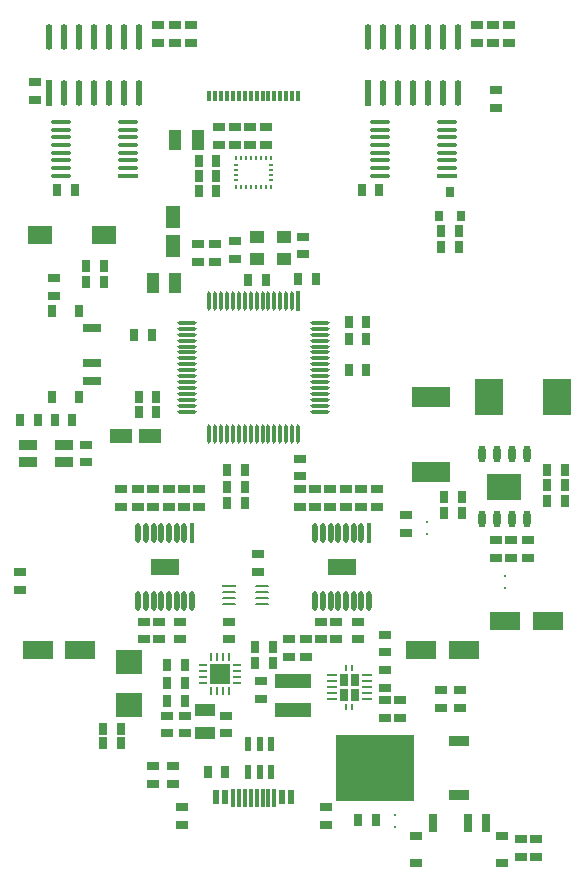
<source format=gtp>
G04*
G04 #@! TF.GenerationSoftware,Altium Limited,Altium Designer,22.6.1 (34)*
G04*
G04 Layer_Color=8421504*
%FSLAX44Y44*%
%MOMM*%
G71*
G04*
G04 #@! TF.SameCoordinates,9900268D-5443-4670-A824-5D7C6AAB4451*
G04*
G04*
G04 #@! TF.FilePolarity,Positive*
G04*
G01*
G75*
%ADD21R,2.4919X1.4019*%
%ADD22R,0.6800X1.0500*%
%ADD23R,0.2600X0.5000*%
%ADD24R,0.6000X1.2000*%
%ADD25R,0.3000X1.5000*%
%ADD26R,1.0000X0.8000*%
%ADD27R,1.3000X1.1000*%
%ADD28R,2.4000X3.0500*%
%ADD29R,0.8000X1.0000*%
%ADD30R,1.0000X1.7000*%
%ADD31R,1.7000X1.0000*%
%ADD32R,2.0000X1.6000*%
%ADD33R,0.3556X0.8382*%
%ADD34R,0.2300X0.3500*%
%ADD35R,0.3500X0.2300*%
%ADD36O,0.2500X0.8000*%
%ADD37O,0.8000X0.2500*%
%ADD38R,1.6800X1.6800*%
G04:AMPARAMS|DCode=39|XSize=1.6554mm|YSize=0.3808mm|CornerRadius=0.1904mm|HoleSize=0mm|Usage=FLASHONLY|Rotation=180.000|XOffset=0mm|YOffset=0mm|HoleType=Round|Shape=RoundedRectangle|*
%AMROUNDEDRECTD39*
21,1,1.6554,0.0000,0,0,180.0*
21,1,1.2747,0.3808,0,0,180.0*
1,1,0.3808,-0.6373,0.0000*
1,1,0.3808,0.6373,0.0000*
1,1,0.3808,0.6373,0.0000*
1,1,0.3808,-0.6373,0.0000*
%
%ADD39ROUNDEDRECTD39*%
%ADD40R,1.6554X0.3808*%
%ADD41R,3.0000X2.2000*%
%ADD42O,0.6000X1.4500*%
%ADD43R,1.7500X0.9500*%
%ADD44R,6.6000X5.6000*%
G04:AMPARAMS|DCode=45|XSize=0.3mm|YSize=1.6552mm|CornerRadius=0.15mm|HoleSize=0mm|Usage=FLASHONLY|Rotation=270.000|XOffset=0mm|YOffset=0mm|HoleType=Round|Shape=RoundedRectangle|*
%AMROUNDEDRECTD45*
21,1,0.3000,1.3552,0,0,270.0*
21,1,0.0000,1.6552,0,0,270.0*
1,1,0.3000,-0.6776,0.0000*
1,1,0.3000,-0.6776,0.0000*
1,1,0.3000,0.6776,0.0000*
1,1,0.3000,0.6776,0.0000*
%
%ADD45ROUNDEDRECTD45*%
G04:AMPARAMS|DCode=46|XSize=1.6552mm|YSize=0.3mm|CornerRadius=0.15mm|HoleSize=0mm|Usage=FLASHONLY|Rotation=270.000|XOffset=0mm|YOffset=0mm|HoleType=Round|Shape=RoundedRectangle|*
%AMROUNDEDRECTD46*
21,1,1.6552,0.0000,0,0,270.0*
21,1,1.3552,0.3000,0,0,270.0*
1,1,0.3000,0.0000,-0.6776*
1,1,0.3000,0.0000,0.6776*
1,1,0.3000,0.0000,0.6776*
1,1,0.3000,0.0000,-0.6776*
%
%ADD46ROUNDEDRECTD46*%
%ADD47R,0.3000X1.6552*%
%ADD48R,0.4500X1.6554*%
G04:AMPARAMS|DCode=49|XSize=1.6554mm|YSize=0.45mm|CornerRadius=0.225mm|HoleSize=0mm|Usage=FLASHONLY|Rotation=270.000|XOffset=0mm|YOffset=0mm|HoleType=Round|Shape=RoundedRectangle|*
%AMROUNDEDRECTD49*
21,1,1.6554,0.0000,0,0,270.0*
21,1,1.2054,0.4500,0,0,270.0*
1,1,0.4500,0.0000,-0.6027*
1,1,0.4500,0.0000,0.6027*
1,1,0.4500,0.0000,0.6027*
1,1,0.4500,0.0000,-0.6027*
%
%ADD49ROUNDEDRECTD49*%
G04:AMPARAMS|DCode=50|XSize=1.1603mm|YSize=0.2368mm|CornerRadius=0.1184mm|HoleSize=0mm|Usage=FLASHONLY|Rotation=0.000|XOffset=0mm|YOffset=0mm|HoleType=Round|Shape=RoundedRectangle|*
%AMROUNDEDRECTD50*
21,1,1.1603,0.0000,0,0,0.0*
21,1,0.9235,0.2368,0,0,0.0*
1,1,0.2368,0.4618,0.0000*
1,1,0.2368,-0.4618,0.0000*
1,1,0.2368,-0.4618,0.0000*
1,1,0.2368,0.4618,0.0000*
%
%ADD50ROUNDEDRECTD50*%
%ADD51R,1.1603X0.2368*%
G04:AMPARAMS|DCode=52|XSize=2.1741mm|YSize=0.5834mm|CornerRadius=0.2917mm|HoleSize=0mm|Usage=FLASHONLY|Rotation=90.000|XOffset=0mm|YOffset=0mm|HoleType=Round|Shape=RoundedRectangle|*
%AMROUNDEDRECTD52*
21,1,2.1741,0.0000,0,0,90.0*
21,1,1.5907,0.5834,0,0,90.0*
1,1,0.5834,0.0000,0.7953*
1,1,0.5834,0.0000,-0.7953*
1,1,0.5834,0.0000,-0.7953*
1,1,0.5834,0.0000,0.7953*
%
%ADD52ROUNDEDRECTD52*%
%ADD53R,0.5834X2.1741*%
%ADD54R,1.9500X1.2500*%
%ADD55R,1.2500X1.9500*%
%ADD56R,2.6000X1.6000*%
%ADD57R,3.1000X1.3000*%
%ADD58R,0.7000X1.5000*%
%ADD59R,1.0000X0.8000*%
%ADD60R,1.0000X0.7000*%
%ADD61R,1.5000X0.7000*%
%ADD62R,0.8000X1.0000*%
%ADD63R,0.7000X1.0000*%
G04:AMPARAMS|DCode=64|XSize=0.23mm|YSize=0.8mm|CornerRadius=0.0254mm|HoleSize=0mm|Usage=FLASHONLY|Rotation=90.000|XOffset=0mm|YOffset=0mm|HoleType=Round|Shape=RoundedRectangle|*
%AMROUNDEDRECTD64*
21,1,0.2300,0.7492,0,0,90.0*
21,1,0.1792,0.8000,0,0,90.0*
1,1,0.0508,0.3746,0.0896*
1,1,0.0508,0.3746,-0.0896*
1,1,0.0508,-0.3746,-0.0896*
1,1,0.0508,-0.3746,0.0896*
%
%ADD64ROUNDEDRECTD64*%
%ADD65R,2.2500X2.0500*%
%ADD66R,0.8000X0.9000*%
%ADD67C,0.2000*%
%ADD68R,3.2000X1.7200*%
%ADD69R,1.5000X0.9000*%
D21*
X560000Y275000D02*
D03*
X710000D02*
D03*
D22*
X711500Y179350D02*
D03*
X720500D02*
D03*
Y166650D02*
D03*
X711500D02*
D03*
D23*
X713500Y189300D02*
D03*
X718500D02*
D03*
Y156700D02*
D03*
X713500D02*
D03*
D24*
X611000Y80500D02*
D03*
X603000D02*
D03*
X667000D02*
D03*
X659000D02*
D03*
X630500Y125000D02*
D03*
X640000D02*
D03*
X649500D02*
D03*
Y101000D02*
D03*
X640000D02*
D03*
X630500D02*
D03*
D25*
X617500Y79000D02*
D03*
X622500D02*
D03*
X627500D02*
D03*
X652500D02*
D03*
X647500D02*
D03*
X642500D02*
D03*
X637500D02*
D03*
X632500D02*
D03*
D26*
X746000Y202500D02*
D03*
Y217500D02*
D03*
X794000Y155500D02*
D03*
Y170500D02*
D03*
X567000Y91500D02*
D03*
Y106500D02*
D03*
X746000Y187500D02*
D03*
Y172500D02*
D03*
X810000Y170500D02*
D03*
Y155500D02*
D03*
X840000Y297500D02*
D03*
Y282500D02*
D03*
X550000Y106500D02*
D03*
Y91500D02*
D03*
X641000Y163500D02*
D03*
Y178500D02*
D03*
X614000Y213500D02*
D03*
Y228500D02*
D03*
X589000Y340500D02*
D03*
Y325500D02*
D03*
X576000Y340500D02*
D03*
Y325500D02*
D03*
X523000Y325500D02*
D03*
Y340500D02*
D03*
X563000Y325500D02*
D03*
Y340500D02*
D03*
X550000Y325500D02*
D03*
Y340500D02*
D03*
X739000Y340500D02*
D03*
Y325500D02*
D03*
X726000Y340500D02*
D03*
Y325500D02*
D03*
X674000Y325500D02*
D03*
Y340500D02*
D03*
X713000Y325500D02*
D03*
Y340500D02*
D03*
X700000Y325500D02*
D03*
Y340500D02*
D03*
X696000Y56500D02*
D03*
Y71500D02*
D03*
X574000Y56500D02*
D03*
Y71500D02*
D03*
X466000Y519500D02*
D03*
Y504500D02*
D03*
X493000Y363500D02*
D03*
Y378500D02*
D03*
X861000Y44500D02*
D03*
Y29500D02*
D03*
X554000Y733500D02*
D03*
Y718500D02*
D03*
X824000Y733500D02*
D03*
Y718500D02*
D03*
X582000Y718500D02*
D03*
Y733500D02*
D03*
X838000Y718500D02*
D03*
Y733500D02*
D03*
X746000Y162000D02*
D03*
Y147000D02*
D03*
X759000D02*
D03*
Y162000D02*
D03*
X679000Y198500D02*
D03*
Y213500D02*
D03*
X665000D02*
D03*
Y198500D02*
D03*
X853000Y297500D02*
D03*
Y282500D02*
D03*
X867000D02*
D03*
Y297500D02*
D03*
X561500Y149000D02*
D03*
Y134000D02*
D03*
X611500Y149000D02*
D03*
Y134000D02*
D03*
X450000Y670500D02*
D03*
Y685500D02*
D03*
X840000Y663500D02*
D03*
Y678500D02*
D03*
X568000Y718500D02*
D03*
Y733500D02*
D03*
X851000D02*
D03*
Y718500D02*
D03*
X619000Y632500D02*
D03*
Y647500D02*
D03*
X645000D02*
D03*
Y632500D02*
D03*
X632000D02*
D03*
Y647500D02*
D03*
X606000D02*
D03*
Y632500D02*
D03*
X573000Y228500D02*
D03*
Y213500D02*
D03*
X542000Y228500D02*
D03*
Y213500D02*
D03*
X437000Y255500D02*
D03*
Y270500D02*
D03*
X555000Y228500D02*
D03*
Y213500D02*
D03*
X639000Y270500D02*
D03*
Y285500D02*
D03*
X723000Y228500D02*
D03*
Y213500D02*
D03*
X692000Y228500D02*
D03*
Y213500D02*
D03*
X764250Y318500D02*
D03*
Y303500D02*
D03*
X705000Y228500D02*
D03*
Y213500D02*
D03*
X576500Y134000D02*
D03*
Y149000D02*
D03*
X619000Y550500D02*
D03*
Y535500D02*
D03*
X677000Y554500D02*
D03*
Y539500D02*
D03*
X674000Y351500D02*
D03*
Y366500D02*
D03*
X602000Y548500D02*
D03*
Y533500D02*
D03*
X588000D02*
D03*
Y548500D02*
D03*
X537000Y325500D02*
D03*
Y340500D02*
D03*
X687000Y325500D02*
D03*
Y340500D02*
D03*
X874000Y44500D02*
D03*
Y29500D02*
D03*
D27*
X660500Y535500D02*
D03*
Y554500D02*
D03*
X637500Y535500D02*
D03*
Y554500D02*
D03*
D28*
X834250Y419000D02*
D03*
X891750D02*
D03*
D29*
X898500Y344000D02*
D03*
X883500D02*
D03*
X883500Y331000D02*
D03*
X898500D02*
D03*
X651500Y194000D02*
D03*
X636500D02*
D03*
X636500Y207000D02*
D03*
X651500D02*
D03*
X808500Y546000D02*
D03*
X793500D02*
D03*
X793500Y559000D02*
D03*
X808500D02*
D03*
X715500Y442000D02*
D03*
X730500D02*
D03*
X715500Y468000D02*
D03*
X730500D02*
D03*
X612500Y329000D02*
D03*
X627500D02*
D03*
X627500Y343000D02*
D03*
X612500D02*
D03*
X493000Y516000D02*
D03*
X508000D02*
D03*
X645500Y518000D02*
D03*
X630500D02*
D03*
X437500Y399000D02*
D03*
X452500D02*
D03*
X466500D02*
D03*
X481500D02*
D03*
X738500Y61000D02*
D03*
X723500D02*
D03*
X796500Y321000D02*
D03*
X811500D02*
D03*
Y334000D02*
D03*
X796500D02*
D03*
X898500Y357000D02*
D03*
X883500D02*
D03*
X561500Y191500D02*
D03*
X576500D02*
D03*
X507500Y138000D02*
D03*
X522500D02*
D03*
Y126000D02*
D03*
X507500D02*
D03*
X561500Y161500D02*
D03*
X576500D02*
D03*
X561500Y176500D02*
D03*
X576500D02*
D03*
X468500Y594000D02*
D03*
X483500D02*
D03*
X726500D02*
D03*
X741500D02*
D03*
X603500Y619000D02*
D03*
X588500D02*
D03*
Y606000D02*
D03*
X603500D02*
D03*
Y593000D02*
D03*
X588500D02*
D03*
X611000Y101000D02*
D03*
X596000D02*
D03*
X508000Y530000D02*
D03*
X493000D02*
D03*
X533500Y471000D02*
D03*
X548500D02*
D03*
X552500Y406000D02*
D03*
X537500D02*
D03*
X715500Y482000D02*
D03*
X730500D02*
D03*
X687500Y519000D02*
D03*
X672500D02*
D03*
X552500Y419000D02*
D03*
X537500D02*
D03*
X612500Y357000D02*
D03*
X627500D02*
D03*
D30*
X568750Y636000D02*
D03*
X587750D02*
D03*
X549750Y515000D02*
D03*
X568750D02*
D03*
D31*
X594000Y134500D02*
D03*
Y153500D02*
D03*
D32*
X508000Y556000D02*
D03*
X454000D02*
D03*
D33*
X597500Y673550D02*
D03*
X602500D02*
D03*
X607500D02*
D03*
X612500D02*
D03*
X617500D02*
D03*
X622500D02*
D03*
X627500D02*
D03*
X632500D02*
D03*
X637500D02*
D03*
X642500D02*
D03*
X647500D02*
D03*
X652500D02*
D03*
X657500D02*
D03*
X662500D02*
D03*
X667500D02*
D03*
X672500D02*
D03*
D34*
X619950Y596500D02*
D03*
X624250D02*
D03*
X628550D02*
D03*
X632850D02*
D03*
X637150D02*
D03*
X641450D02*
D03*
X645750D02*
D03*
X650050D02*
D03*
Y621500D02*
D03*
X645750D02*
D03*
X641450D02*
D03*
X637150D02*
D03*
X632850D02*
D03*
X628550D02*
D03*
X624250D02*
D03*
X619950D02*
D03*
D35*
Y602550D02*
D03*
Y606850D02*
D03*
Y611150D02*
D03*
X650050Y602550D02*
D03*
Y606850D02*
D03*
Y611150D02*
D03*
Y615450D02*
D03*
X619950D02*
D03*
D36*
X599000Y169500D02*
D03*
X604000D02*
D03*
X609000D02*
D03*
X614000D02*
D03*
Y198500D02*
D03*
X609000D02*
D03*
X604000D02*
D03*
X599000D02*
D03*
D37*
X621000Y176500D02*
D03*
Y181500D02*
D03*
Y186500D02*
D03*
Y191500D02*
D03*
X592000D02*
D03*
Y186500D02*
D03*
Y181500D02*
D03*
Y176500D02*
D03*
D38*
X606500Y184000D02*
D03*
D39*
X471746Y606250D02*
D03*
Y612750D02*
D03*
Y619250D02*
D03*
Y625750D02*
D03*
Y632250D02*
D03*
Y638750D02*
D03*
Y645250D02*
D03*
Y651750D02*
D03*
X528254D02*
D03*
Y645250D02*
D03*
Y638750D02*
D03*
Y632250D02*
D03*
Y625750D02*
D03*
Y619250D02*
D03*
Y612750D02*
D03*
X741746Y606250D02*
D03*
Y612750D02*
D03*
Y619250D02*
D03*
Y625750D02*
D03*
Y632250D02*
D03*
Y638750D02*
D03*
Y645250D02*
D03*
Y651750D02*
D03*
X798254D02*
D03*
Y645250D02*
D03*
Y638750D02*
D03*
Y632250D02*
D03*
Y625750D02*
D03*
Y619250D02*
D03*
Y612750D02*
D03*
D40*
X528254Y606250D02*
D03*
X798254D02*
D03*
D41*
X847000Y343000D02*
D03*
D42*
X866050Y370250D02*
D03*
X853350D02*
D03*
X840650D02*
D03*
X827950D02*
D03*
X866050Y315750D02*
D03*
X853350D02*
D03*
X840650D02*
D03*
X827950D02*
D03*
D43*
X809000Y82200D02*
D03*
Y127800D02*
D03*
D44*
X738000Y105000D02*
D03*
D45*
X691255Y481500D02*
D03*
Y476500D02*
D03*
Y471500D02*
D03*
Y466500D02*
D03*
Y461500D02*
D03*
Y456500D02*
D03*
Y451500D02*
D03*
Y446500D02*
D03*
Y441500D02*
D03*
Y436500D02*
D03*
Y431500D02*
D03*
Y426500D02*
D03*
Y421500D02*
D03*
Y416500D02*
D03*
Y411500D02*
D03*
Y406500D02*
D03*
X578745D02*
D03*
Y411500D02*
D03*
Y416500D02*
D03*
Y421500D02*
D03*
Y426500D02*
D03*
Y431500D02*
D03*
Y436500D02*
D03*
Y441500D02*
D03*
Y446500D02*
D03*
Y451500D02*
D03*
Y456500D02*
D03*
Y461500D02*
D03*
Y466500D02*
D03*
Y471500D02*
D03*
Y476500D02*
D03*
Y481500D02*
D03*
D46*
X672500Y387745D02*
D03*
X667500D02*
D03*
X662500D02*
D03*
X657500D02*
D03*
X652500D02*
D03*
X647500D02*
D03*
X642500D02*
D03*
X637500D02*
D03*
X632500D02*
D03*
X627500D02*
D03*
X622500D02*
D03*
X617500D02*
D03*
X612500D02*
D03*
X607500D02*
D03*
X602500D02*
D03*
X597500D02*
D03*
Y500255D02*
D03*
X602500D02*
D03*
X607500D02*
D03*
X612500D02*
D03*
X617500D02*
D03*
X622500D02*
D03*
X627500D02*
D03*
X632500D02*
D03*
X637500D02*
D03*
X642500D02*
D03*
X647500D02*
D03*
X652500D02*
D03*
X657500D02*
D03*
X662500D02*
D03*
X667500D02*
D03*
D47*
X672500D02*
D03*
D48*
X582750Y304000D02*
D03*
X732750D02*
D03*
D49*
X576250D02*
D03*
X569750D02*
D03*
X563250D02*
D03*
X556750D02*
D03*
X550250D02*
D03*
X543750D02*
D03*
X537250D02*
D03*
Y246000D02*
D03*
X543750D02*
D03*
X550250D02*
D03*
X556750D02*
D03*
X563250D02*
D03*
X569750D02*
D03*
X576250D02*
D03*
X582750D02*
D03*
X726250Y304000D02*
D03*
X719750D02*
D03*
X713250D02*
D03*
X706750D02*
D03*
X700250D02*
D03*
X693750D02*
D03*
X687250D02*
D03*
Y246000D02*
D03*
X693750D02*
D03*
X700250D02*
D03*
X706750D02*
D03*
X713250D02*
D03*
X719750D02*
D03*
X726250D02*
D03*
X732750D02*
D03*
D50*
X641759Y258500D02*
D03*
Y253500D02*
D03*
Y248500D02*
D03*
Y243500D02*
D03*
X614241D02*
D03*
Y248500D02*
D03*
Y253500D02*
D03*
D51*
Y258500D02*
D03*
D52*
X461900Y723661D02*
D03*
X474600D02*
D03*
X487300D02*
D03*
X500000D02*
D03*
X512700D02*
D03*
X525400D02*
D03*
X538100D02*
D03*
Y676339D02*
D03*
X525400D02*
D03*
X512700D02*
D03*
X500000D02*
D03*
X487300D02*
D03*
X474600D02*
D03*
X731900Y723661D02*
D03*
X744600D02*
D03*
X757300D02*
D03*
X770000D02*
D03*
X782700D02*
D03*
X795400D02*
D03*
X808100D02*
D03*
Y676339D02*
D03*
X795400D02*
D03*
X782700D02*
D03*
X770000D02*
D03*
X757300D02*
D03*
X744600D02*
D03*
D53*
X461900D02*
D03*
X731900D02*
D03*
D54*
X547250Y386000D02*
D03*
X522750D02*
D03*
D55*
X567000Y546750D02*
D03*
Y571250D02*
D03*
D56*
X777000Y205000D02*
D03*
X813000D02*
D03*
X488000D02*
D03*
X452000D02*
D03*
X848000Y229000D02*
D03*
X884000D02*
D03*
D57*
X668000Y178250D02*
D03*
Y153750D02*
D03*
D58*
X816500Y58500D02*
D03*
X831500D02*
D03*
X786500D02*
D03*
D59*
X772500Y47500D02*
D03*
D60*
X845500D02*
D03*
X772500Y24500D02*
D03*
X845500D02*
D03*
D61*
X498500Y447500D02*
D03*
Y432500D02*
D03*
Y477500D02*
D03*
D62*
X487500Y491500D02*
D03*
D63*
Y418500D02*
D03*
X464500Y491500D02*
D03*
Y418500D02*
D03*
D64*
X701250Y183000D02*
D03*
Y178000D02*
D03*
Y173000D02*
D03*
Y168000D02*
D03*
Y163000D02*
D03*
X730750D02*
D03*
Y168000D02*
D03*
Y173000D02*
D03*
Y178000D02*
D03*
Y183000D02*
D03*
D65*
X529000Y157750D02*
D03*
Y194250D02*
D03*
D66*
X801000Y592000D02*
D03*
X810500Y572000D02*
D03*
X791500D02*
D03*
D67*
X848000Y257000D02*
D03*
Y267000D02*
D03*
X782000Y313000D02*
D03*
Y303000D02*
D03*
X755000Y55000D02*
D03*
Y65000D02*
D03*
D68*
X785000Y419050D02*
D03*
Y354950D02*
D03*
D69*
X443500Y378075D02*
D03*
Y363925D02*
D03*
X474500Y363900D02*
D03*
Y378075D02*
D03*
M02*

</source>
